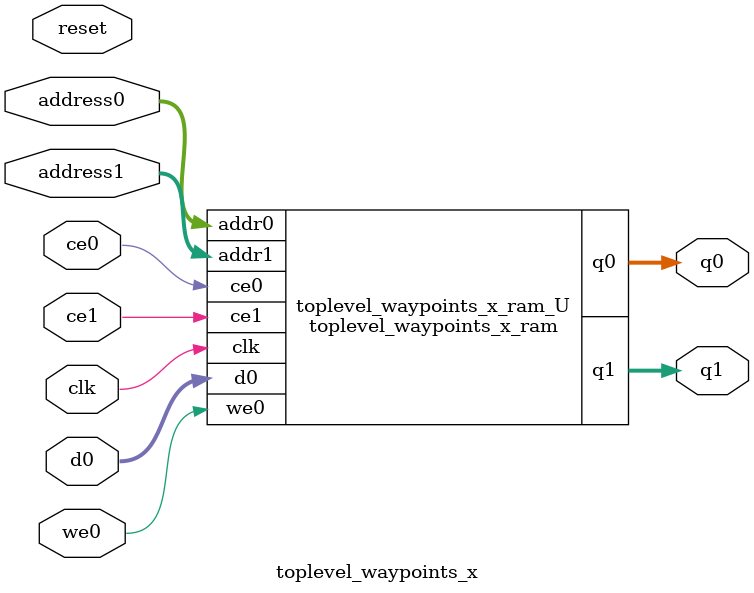
<source format=v>
`timescale 1 ns / 1 ps
module toplevel_waypoints_x_ram (addr0, ce0, d0, we0, q0, addr1, ce1, q1,  clk);

parameter DWIDTH = 16;
parameter AWIDTH = 4;
parameter MEM_SIZE = 12;

input[AWIDTH-1:0] addr0;
input ce0;
input[DWIDTH-1:0] d0;
input we0;
output reg[DWIDTH-1:0] q0;
input[AWIDTH-1:0] addr1;
input ce1;
output reg[DWIDTH-1:0] q1;
input clk;

reg [DWIDTH-1:0] ram[0:MEM_SIZE-1];




always @(posedge clk)  
begin 
    if (ce0) begin
        if (we0) 
            ram[addr0] <= d0; 
        q0 <= ram[addr0];
    end
end


always @(posedge clk)  
begin 
    if (ce1) begin
        q1 <= ram[addr1];
    end
end


endmodule

`timescale 1 ns / 1 ps
module toplevel_waypoints_x(
    reset,
    clk,
    address0,
    ce0,
    we0,
    d0,
    q0,
    address1,
    ce1,
    q1);

parameter DataWidth = 32'd16;
parameter AddressRange = 32'd12;
parameter AddressWidth = 32'd4;
input reset;
input clk;
input[AddressWidth - 1:0] address0;
input ce0;
input we0;
input[DataWidth - 1:0] d0;
output[DataWidth - 1:0] q0;
input[AddressWidth - 1:0] address1;
input ce1;
output[DataWidth - 1:0] q1;



toplevel_waypoints_x_ram toplevel_waypoints_x_ram_U(
    .clk( clk ),
    .addr0( address0 ),
    .ce0( ce0 ),
    .we0( we0 ),
    .d0( d0 ),
    .q0( q0 ),
    .addr1( address1 ),
    .ce1( ce1 ),
    .q1( q1 ));

endmodule


</source>
